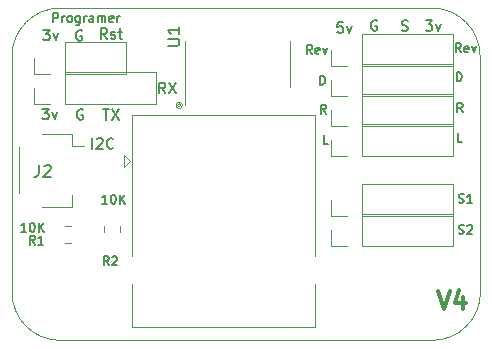
<source format=gbr>
G04 #@! TF.GenerationSoftware,KiCad,Pcbnew,(5.1.5)-3*
G04 #@! TF.CreationDate,2021-03-16T03:35:26-05:00*
G04 #@! TF.ProjectId,InputBoard,496e7075-7442-46f6-9172-642e6b696361,rev?*
G04 #@! TF.SameCoordinates,Original*
G04 #@! TF.FileFunction,Legend,Top*
G04 #@! TF.FilePolarity,Positive*
%FSLAX46Y46*%
G04 Gerber Fmt 4.6, Leading zero omitted, Abs format (unit mm)*
G04 Created by KiCad (PCBNEW (5.1.5)-3) date 2021-03-16 03:35:26*
%MOMM*%
%LPD*%
G04 APERTURE LIST*
%ADD10C,0.300000*%
%ADD11C,0.152400*%
%ADD12C,0.120000*%
%ADD13C,0.175000*%
%ADD14C,0.187500*%
%ADD15C,0.050000*%
%ADD16C,0.150000*%
%ADD17C,0.127000*%
G04 APERTURE END LIST*
D10*
X168653294Y-110552491D02*
X169153294Y-112052491D01*
X169653294Y-110552491D01*
X170796151Y-111052491D02*
X170796151Y-112052491D01*
X170439008Y-110481062D02*
X170081865Y-111552491D01*
X171010437Y-111552491D01*
D11*
X139378266Y-98529986D02*
X139378266Y-97640986D01*
X139759266Y-97725653D02*
X139801600Y-97683320D01*
X139886266Y-97640986D01*
X140097933Y-97640986D01*
X140182600Y-97683320D01*
X140224933Y-97725653D01*
X140267266Y-97810320D01*
X140267266Y-97894986D01*
X140224933Y-98021986D01*
X139716933Y-98529986D01*
X140267266Y-98529986D01*
X141156266Y-98445320D02*
X141113933Y-98487653D01*
X140986933Y-98529986D01*
X140902266Y-98529986D01*
X140775266Y-98487653D01*
X140690600Y-98402986D01*
X140648266Y-98318320D01*
X140605933Y-98148986D01*
X140605933Y-98021986D01*
X140648266Y-97852653D01*
X140690600Y-97767986D01*
X140775266Y-97683320D01*
X140902266Y-97640986D01*
X140986933Y-97640986D01*
X141113933Y-97683320D01*
X141156266Y-97725653D01*
X170677477Y-97949294D02*
X170314620Y-97949294D01*
X170314620Y-97187294D01*
X170242048Y-92808334D02*
X170242048Y-92046334D01*
X170423477Y-92046334D01*
X170532334Y-92082620D01*
X170604905Y-92155191D01*
X170641191Y-92227762D01*
X170677477Y-92372905D01*
X170677477Y-92481762D01*
X170641191Y-92626905D01*
X170604905Y-92699477D01*
X170532334Y-92772048D01*
X170423477Y-92808334D01*
X170242048Y-92808334D01*
X170735897Y-95394054D02*
X170481897Y-95031197D01*
X170300468Y-95394054D02*
X170300468Y-94632054D01*
X170590754Y-94632054D01*
X170663325Y-94668340D01*
X170699611Y-94704625D01*
X170735897Y-94777197D01*
X170735897Y-94886054D01*
X170699611Y-94958625D01*
X170663325Y-94994911D01*
X170590754Y-95031197D01*
X170300468Y-95031197D01*
X170588940Y-90367394D02*
X170334940Y-90004537D01*
X170153511Y-90367394D02*
X170153511Y-89605394D01*
X170443797Y-89605394D01*
X170516368Y-89641680D01*
X170552654Y-89677965D01*
X170588940Y-89750537D01*
X170588940Y-89859394D01*
X170552654Y-89931965D01*
X170516368Y-89968251D01*
X170443797Y-90004537D01*
X170153511Y-90004537D01*
X171205797Y-90331108D02*
X171133225Y-90367394D01*
X170988082Y-90367394D01*
X170915511Y-90331108D01*
X170879225Y-90258537D01*
X170879225Y-89968251D01*
X170915511Y-89895680D01*
X170988082Y-89859394D01*
X171133225Y-89859394D01*
X171205797Y-89895680D01*
X171242082Y-89968251D01*
X171242082Y-90040822D01*
X170879225Y-90113394D01*
X171496082Y-89859394D02*
X171677511Y-90367394D01*
X171858940Y-89859394D01*
X159338917Y-98124554D02*
X158976060Y-98124554D01*
X158976060Y-97362554D01*
X159161117Y-95541374D02*
X158907117Y-95178517D01*
X158725688Y-95541374D02*
X158725688Y-94779374D01*
X159015974Y-94779374D01*
X159088545Y-94815660D01*
X159124831Y-94851945D01*
X159161117Y-94924517D01*
X159161117Y-95033374D01*
X159124831Y-95105945D01*
X159088545Y-95142231D01*
X159015974Y-95178517D01*
X158725688Y-95178517D01*
X158667268Y-93102974D02*
X158667268Y-92340974D01*
X158848697Y-92340974D01*
X158957554Y-92377260D01*
X159030125Y-92449831D01*
X159066411Y-92522402D01*
X159102697Y-92667545D01*
X159102697Y-92776402D01*
X159066411Y-92921545D01*
X159030125Y-92994117D01*
X158957554Y-93066688D01*
X158848697Y-93102974D01*
X158667268Y-93102974D01*
X157985460Y-90486774D02*
X157731460Y-90123917D01*
X157550031Y-90486774D02*
X157550031Y-89724774D01*
X157840317Y-89724774D01*
X157912888Y-89761060D01*
X157949174Y-89797345D01*
X157985460Y-89869917D01*
X157985460Y-89978774D01*
X157949174Y-90051345D01*
X157912888Y-90087631D01*
X157840317Y-90123917D01*
X157550031Y-90123917D01*
X158602317Y-90450488D02*
X158529745Y-90486774D01*
X158384602Y-90486774D01*
X158312031Y-90450488D01*
X158275745Y-90377917D01*
X158275745Y-90087631D01*
X158312031Y-90015060D01*
X158384602Y-89978774D01*
X158529745Y-89978774D01*
X158602317Y-90015060D01*
X158638602Y-90087631D01*
X158638602Y-90160202D01*
X158275745Y-90232774D01*
X158892602Y-89978774D02*
X159074031Y-90486774D01*
X159255460Y-89978774D01*
X167619680Y-87656246D02*
X168170013Y-87656246D01*
X167873680Y-87994913D01*
X168000680Y-87994913D01*
X168085346Y-88037246D01*
X168127680Y-88079580D01*
X168170013Y-88164246D01*
X168170013Y-88375913D01*
X168127680Y-88460580D01*
X168085346Y-88502913D01*
X168000680Y-88545246D01*
X167746680Y-88545246D01*
X167662013Y-88502913D01*
X167619680Y-88460580D01*
X168466346Y-87952580D02*
X168678013Y-88545246D01*
X168889680Y-87952580D01*
X165564820Y-88487673D02*
X165691820Y-88530006D01*
X165903486Y-88530006D01*
X165988153Y-88487673D01*
X166030486Y-88445340D01*
X166072820Y-88360673D01*
X166072820Y-88276006D01*
X166030486Y-88191340D01*
X165988153Y-88149006D01*
X165903486Y-88106673D01*
X165734153Y-88064340D01*
X165649486Y-88022006D01*
X165607153Y-87979673D01*
X165564820Y-87895006D01*
X165564820Y-87810340D01*
X165607153Y-87725673D01*
X165649486Y-87683340D01*
X165734153Y-87641006D01*
X165945820Y-87641006D01*
X166072820Y-87683340D01*
X163486253Y-87698580D02*
X163401586Y-87656246D01*
X163274586Y-87656246D01*
X163147586Y-87698580D01*
X163062920Y-87783246D01*
X163020586Y-87867913D01*
X162978253Y-88037246D01*
X162978253Y-88164246D01*
X163020586Y-88333580D01*
X163062920Y-88418246D01*
X163147586Y-88502913D01*
X163274586Y-88545246D01*
X163359253Y-88545246D01*
X163486253Y-88502913D01*
X163528586Y-88460580D01*
X163528586Y-88164246D01*
X163359253Y-88164246D01*
X140613553Y-89223426D02*
X140317220Y-88800093D01*
X140105553Y-89223426D02*
X140105553Y-88334426D01*
X140444220Y-88334426D01*
X140528886Y-88376760D01*
X140571220Y-88419093D01*
X140613553Y-88503760D01*
X140613553Y-88630760D01*
X140571220Y-88715426D01*
X140528886Y-88757760D01*
X140444220Y-88800093D01*
X140105553Y-88800093D01*
X140952220Y-89181093D02*
X141036886Y-89223426D01*
X141206220Y-89223426D01*
X141290886Y-89181093D01*
X141333220Y-89096426D01*
X141333220Y-89054093D01*
X141290886Y-88969426D01*
X141206220Y-88927093D01*
X141079220Y-88927093D01*
X140994553Y-88884760D01*
X140952220Y-88800093D01*
X140952220Y-88757760D01*
X140994553Y-88673093D01*
X141079220Y-88630760D01*
X141206220Y-88630760D01*
X141290886Y-88673093D01*
X141587220Y-88630760D02*
X141925886Y-88630760D01*
X141714220Y-88334426D02*
X141714220Y-89096426D01*
X141756553Y-89181093D01*
X141841220Y-89223426D01*
X141925886Y-89223426D01*
X140300286Y-95187346D02*
X140808286Y-95187346D01*
X140554286Y-96076346D02*
X140554286Y-95187346D01*
X141019953Y-95187346D02*
X141612620Y-96076346D01*
X141612620Y-95187346D02*
X141019953Y-96076346D01*
X138589173Y-95229680D02*
X138504506Y-95187346D01*
X138377506Y-95187346D01*
X138250506Y-95229680D01*
X138165840Y-95314346D01*
X138123506Y-95399013D01*
X138081173Y-95568346D01*
X138081173Y-95695346D01*
X138123506Y-95864680D01*
X138165840Y-95949346D01*
X138250506Y-96034013D01*
X138377506Y-96076346D01*
X138462173Y-96076346D01*
X138589173Y-96034013D01*
X138631506Y-95991680D01*
X138631506Y-95695346D01*
X138462173Y-95695346D01*
X138492653Y-88524080D02*
X138407986Y-88481746D01*
X138280986Y-88481746D01*
X138153986Y-88524080D01*
X138069320Y-88608746D01*
X138026986Y-88693413D01*
X137984653Y-88862746D01*
X137984653Y-88989746D01*
X138026986Y-89159080D01*
X138069320Y-89243746D01*
X138153986Y-89328413D01*
X138280986Y-89370746D01*
X138365653Y-89370746D01*
X138492653Y-89328413D01*
X138534986Y-89286080D01*
X138534986Y-88989746D01*
X138365653Y-88989746D01*
X135128000Y-95139086D02*
X135678333Y-95139086D01*
X135382000Y-95477753D01*
X135509000Y-95477753D01*
X135593666Y-95520086D01*
X135636000Y-95562420D01*
X135678333Y-95647086D01*
X135678333Y-95858753D01*
X135636000Y-95943420D01*
X135593666Y-95985753D01*
X135509000Y-96028086D01*
X135255000Y-96028086D01*
X135170333Y-95985753D01*
X135128000Y-95943420D01*
X135974666Y-95435420D02*
X136186333Y-96028086D01*
X136398000Y-95435420D01*
X145553853Y-93800506D02*
X145257520Y-93377173D01*
X145045853Y-93800506D02*
X145045853Y-92911506D01*
X145384520Y-92911506D01*
X145469186Y-92953840D01*
X145511520Y-92996173D01*
X145553853Y-93080840D01*
X145553853Y-93207840D01*
X145511520Y-93292506D01*
X145469186Y-93334840D01*
X145384520Y-93377173D01*
X145045853Y-93377173D01*
X145850186Y-92911506D02*
X146442853Y-93800506D01*
X146442853Y-92911506D02*
X145850186Y-93800506D01*
D12*
X147011414Y-94844780D02*
G75*
G03X147011414Y-94844780I-265754J0D01*
G01*
X146891434Y-94844780D02*
G75*
G03X146891434Y-94844780I-145774J0D01*
G01*
D13*
X136070702Y-87794374D02*
X136070702Y-87032374D01*
X136360988Y-87032374D01*
X136433560Y-87068660D01*
X136469845Y-87104945D01*
X136506131Y-87177517D01*
X136506131Y-87286374D01*
X136469845Y-87358945D01*
X136433560Y-87395231D01*
X136360988Y-87431517D01*
X136070702Y-87431517D01*
X136832702Y-87794374D02*
X136832702Y-87286374D01*
X136832702Y-87431517D02*
X136868988Y-87358945D01*
X136905274Y-87322660D01*
X136977845Y-87286374D01*
X137050417Y-87286374D01*
X137413274Y-87794374D02*
X137340702Y-87758088D01*
X137304417Y-87721802D01*
X137268131Y-87649231D01*
X137268131Y-87431517D01*
X137304417Y-87358945D01*
X137340702Y-87322660D01*
X137413274Y-87286374D01*
X137522131Y-87286374D01*
X137594702Y-87322660D01*
X137630988Y-87358945D01*
X137667274Y-87431517D01*
X137667274Y-87649231D01*
X137630988Y-87721802D01*
X137594702Y-87758088D01*
X137522131Y-87794374D01*
X137413274Y-87794374D01*
X138320417Y-87286374D02*
X138320417Y-87903231D01*
X138284131Y-87975802D01*
X138247845Y-88012088D01*
X138175274Y-88048374D01*
X138066417Y-88048374D01*
X137993845Y-88012088D01*
X138320417Y-87758088D02*
X138247845Y-87794374D01*
X138102702Y-87794374D01*
X138030131Y-87758088D01*
X137993845Y-87721802D01*
X137957560Y-87649231D01*
X137957560Y-87431517D01*
X137993845Y-87358945D01*
X138030131Y-87322660D01*
X138102702Y-87286374D01*
X138247845Y-87286374D01*
X138320417Y-87322660D01*
X138683274Y-87794374D02*
X138683274Y-87286374D01*
X138683274Y-87431517D02*
X138719560Y-87358945D01*
X138755845Y-87322660D01*
X138828417Y-87286374D01*
X138900988Y-87286374D01*
X139481560Y-87794374D02*
X139481560Y-87395231D01*
X139445274Y-87322660D01*
X139372702Y-87286374D01*
X139227560Y-87286374D01*
X139154988Y-87322660D01*
X139481560Y-87758088D02*
X139408988Y-87794374D01*
X139227560Y-87794374D01*
X139154988Y-87758088D01*
X139118702Y-87685517D01*
X139118702Y-87612945D01*
X139154988Y-87540374D01*
X139227560Y-87504088D01*
X139408988Y-87504088D01*
X139481560Y-87467802D01*
X139844417Y-87794374D02*
X139844417Y-87286374D01*
X139844417Y-87358945D02*
X139880702Y-87322660D01*
X139953274Y-87286374D01*
X140062131Y-87286374D01*
X140134702Y-87322660D01*
X140170988Y-87395231D01*
X140170988Y-87794374D01*
X140170988Y-87395231D02*
X140207274Y-87322660D01*
X140279845Y-87286374D01*
X140388702Y-87286374D01*
X140461274Y-87322660D01*
X140497560Y-87395231D01*
X140497560Y-87794374D01*
X141150702Y-87758088D02*
X141078131Y-87794374D01*
X140932988Y-87794374D01*
X140860417Y-87758088D01*
X140824131Y-87685517D01*
X140824131Y-87395231D01*
X140860417Y-87322660D01*
X140932988Y-87286374D01*
X141078131Y-87286374D01*
X141150702Y-87322660D01*
X141186988Y-87395231D01*
X141186988Y-87467802D01*
X140824131Y-87540374D01*
X141513560Y-87794374D02*
X141513560Y-87286374D01*
X141513560Y-87431517D02*
X141549845Y-87358945D01*
X141586131Y-87322660D01*
X141658702Y-87286374D01*
X141731274Y-87286374D01*
D11*
X135224520Y-88456346D02*
X135774853Y-88456346D01*
X135478520Y-88795013D01*
X135605520Y-88795013D01*
X135690186Y-88837346D01*
X135732520Y-88879680D01*
X135774853Y-88964346D01*
X135774853Y-89176013D01*
X135732520Y-89260680D01*
X135690186Y-89303013D01*
X135605520Y-89345346D01*
X135351520Y-89345346D01*
X135266853Y-89303013D01*
X135224520Y-89260680D01*
X136071186Y-88752680D02*
X136282853Y-89345346D01*
X136494520Y-88752680D01*
D14*
X170408671Y-103070111D02*
X170515814Y-103105825D01*
X170694385Y-103105825D01*
X170765814Y-103070111D01*
X170801528Y-103034397D01*
X170837242Y-102962968D01*
X170837242Y-102891540D01*
X170801528Y-102820111D01*
X170765814Y-102784397D01*
X170694385Y-102748682D01*
X170551528Y-102712968D01*
X170480100Y-102677254D01*
X170444385Y-102641540D01*
X170408671Y-102570111D01*
X170408671Y-102498682D01*
X170444385Y-102427254D01*
X170480100Y-102391540D01*
X170551528Y-102355825D01*
X170730100Y-102355825D01*
X170837242Y-102391540D01*
X171551528Y-103105825D02*
X171122957Y-103105825D01*
X171337242Y-103105825D02*
X171337242Y-102355825D01*
X171265814Y-102462968D01*
X171194385Y-102534397D01*
X171122957Y-102570111D01*
X170408671Y-105695111D02*
X170515814Y-105730825D01*
X170694385Y-105730825D01*
X170765814Y-105695111D01*
X170801528Y-105659397D01*
X170837242Y-105587968D01*
X170837242Y-105516540D01*
X170801528Y-105445111D01*
X170765814Y-105409397D01*
X170694385Y-105373682D01*
X170551528Y-105337968D01*
X170480100Y-105302254D01*
X170444385Y-105266540D01*
X170408671Y-105195111D01*
X170408671Y-105123682D01*
X170444385Y-105052254D01*
X170480100Y-105016540D01*
X170551528Y-104980825D01*
X170730100Y-104980825D01*
X170837242Y-105016540D01*
X171122957Y-105052254D02*
X171158671Y-105016540D01*
X171230100Y-104980825D01*
X171408671Y-104980825D01*
X171480100Y-105016540D01*
X171515814Y-105052254D01*
X171551528Y-105123682D01*
X171551528Y-105195111D01*
X171515814Y-105302254D01*
X171087242Y-105730825D01*
X171551528Y-105730825D01*
D11*
X160583880Y-87803566D02*
X160160546Y-87803566D01*
X160118213Y-88226900D01*
X160160546Y-88184566D01*
X160245213Y-88142233D01*
X160456880Y-88142233D01*
X160541546Y-88184566D01*
X160583880Y-88226900D01*
X160626213Y-88311566D01*
X160626213Y-88523233D01*
X160583880Y-88607900D01*
X160541546Y-88650233D01*
X160456880Y-88692566D01*
X160245213Y-88692566D01*
X160160546Y-88650233D01*
X160118213Y-88607900D01*
X160922546Y-88099900D02*
X161134213Y-88692566D01*
X161345880Y-88099900D01*
D15*
X132588000Y-110680500D02*
X132588000Y-90678000D01*
X136652000Y-114744500D02*
G75*
G02X132588000Y-110680500I0J4064000D01*
G01*
X168153080Y-114744500D02*
X136652000Y-114744500D01*
X172217080Y-90678000D02*
X172250164Y-110670340D01*
X172250164Y-110670340D02*
G75*
G02X168153080Y-114744500I-4074224J0D01*
G01*
X168153080Y-86614000D02*
X136652000Y-86614000D01*
X132588000Y-90678000D02*
G75*
G02X136652000Y-86614000I4064000J0D01*
G01*
X168153080Y-86614000D02*
G75*
G02X172217080Y-90678000I0J-4064000D01*
G01*
D12*
X159619640Y-96580000D02*
X159619640Y-95250000D01*
X160949640Y-96580000D02*
X159619640Y-96580000D01*
X162219640Y-96580000D02*
X162219640Y-93920000D01*
X162219640Y-93920000D02*
X169899640Y-93920000D01*
X162219640Y-96580000D02*
X169899640Y-96580000D01*
X169899640Y-96580000D02*
X169899640Y-93920000D01*
X158255000Y-95665001D02*
X158255000Y-107605001D01*
X158254700Y-109980701D02*
X158254700Y-113620701D01*
X142735000Y-95665001D02*
X142735000Y-107605001D01*
X158255000Y-95665001D02*
X142735000Y-95665001D01*
X142735000Y-109985001D02*
X142735000Y-113625001D01*
X142735000Y-113625001D02*
X158255000Y-113625001D01*
X142550000Y-99545001D02*
X142050000Y-99045001D01*
X142050000Y-99045001D02*
X142050000Y-100045001D01*
X142050000Y-100045001D02*
X142550000Y-99545001D01*
X156144120Y-91356180D02*
X156144120Y-89406180D01*
X156144120Y-91356180D02*
X156144120Y-93306180D01*
X147274120Y-91356180D02*
X147274120Y-89406180D01*
X147274120Y-91356180D02*
X147274120Y-94806180D01*
X134460940Y-92170560D02*
X134460940Y-90840560D01*
X135790940Y-92170560D02*
X134460940Y-92170560D01*
X137060940Y-92170560D02*
X137060940Y-89510560D01*
X137060940Y-89510560D02*
X142200940Y-89510560D01*
X137060940Y-92170560D02*
X142200940Y-92170560D01*
X142200940Y-92170560D02*
X142200940Y-89510560D01*
X135167380Y-97232700D02*
X137667380Y-97232700D01*
X137667380Y-97232700D02*
X137667380Y-98282700D01*
X137667380Y-98282700D02*
X138657380Y-98282700D01*
X135167380Y-103452700D02*
X137667380Y-103452700D01*
X137667380Y-103452700D02*
X137667380Y-102402700D01*
X133197380Y-98402700D02*
X133197380Y-102282700D01*
X144740940Y-94710560D02*
X144740940Y-92050560D01*
X137060940Y-94710560D02*
X144740940Y-94710560D01*
X137060940Y-92050560D02*
X144740940Y-92050560D01*
X137060940Y-94710560D02*
X137060940Y-92050560D01*
X135790940Y-94710560D02*
X134460940Y-94710560D01*
X134460940Y-94710560D02*
X134460940Y-93380560D01*
X159619640Y-99120000D02*
X159619640Y-97790000D01*
X160949640Y-99120000D02*
X159619640Y-99120000D01*
X162219640Y-99120000D02*
X162219640Y-96460000D01*
X162219640Y-96460000D02*
X169899640Y-96460000D01*
X162219640Y-99120000D02*
X169899640Y-99120000D01*
X169899640Y-99120000D02*
X169899640Y-96460000D01*
X159619640Y-94040000D02*
X159619640Y-92710000D01*
X160949640Y-94040000D02*
X159619640Y-94040000D01*
X162219640Y-94040000D02*
X162219640Y-91380000D01*
X162219640Y-91380000D02*
X169899640Y-91380000D01*
X162219640Y-94040000D02*
X169899640Y-94040000D01*
X169899640Y-94040000D02*
X169899640Y-91380000D01*
X169899640Y-91500000D02*
X169899640Y-88840000D01*
X162219640Y-91500000D02*
X169899640Y-91500000D01*
X162219640Y-88840000D02*
X169899640Y-88840000D01*
X162219640Y-91500000D02*
X162219640Y-88840000D01*
X160949640Y-91500000D02*
X159619640Y-91500000D01*
X159619640Y-91500000D02*
X159619640Y-90170000D01*
X159619640Y-104200000D02*
X159619640Y-102870000D01*
X160949640Y-104200000D02*
X159619640Y-104200000D01*
X162219640Y-104200000D02*
X162219640Y-101540000D01*
X162219640Y-101540000D02*
X169899640Y-101540000D01*
X162219640Y-104200000D02*
X169899640Y-104200000D01*
X169899640Y-104200000D02*
X169899640Y-101540000D01*
X169899640Y-106740000D02*
X169899640Y-104080000D01*
X162219640Y-106740000D02*
X169899640Y-106740000D01*
X162219640Y-104080000D02*
X169899640Y-104080000D01*
X162219640Y-106740000D02*
X162219640Y-104080000D01*
X160949640Y-106740000D02*
X159619640Y-106740000D01*
X159619640Y-106740000D02*
X159619640Y-105410000D01*
X137048608Y-106506080D02*
X137571112Y-106506080D01*
X137048608Y-105086080D02*
X137571112Y-105086080D01*
X141766360Y-105085248D02*
X141766360Y-105607752D01*
X140346360Y-105085248D02*
X140346360Y-105607752D01*
D16*
X145758920Y-89788904D02*
X146568444Y-89788904D01*
X146663682Y-89741285D01*
X146711301Y-89693666D01*
X146758920Y-89598428D01*
X146758920Y-89407952D01*
X146711301Y-89312714D01*
X146663682Y-89265095D01*
X146568444Y-89217476D01*
X145758920Y-89217476D01*
X146758920Y-88217476D02*
X146758920Y-88788904D01*
X146758920Y-88503190D02*
X145758920Y-88503190D01*
X145901778Y-88598428D01*
X145997016Y-88693666D01*
X146044635Y-88788904D01*
X134869566Y-99899540D02*
X134869566Y-100613826D01*
X134821947Y-100756683D01*
X134726709Y-100851921D01*
X134583852Y-100899540D01*
X134488614Y-100899540D01*
X135298138Y-99994779D02*
X135345757Y-99947160D01*
X135440995Y-99899540D01*
X135679090Y-99899540D01*
X135774328Y-99947160D01*
X135821947Y-99994779D01*
X135869566Y-100090017D01*
X135869566Y-100185255D01*
X135821947Y-100328112D01*
X135250519Y-100899540D01*
X135869566Y-100899540D01*
D17*
X134515860Y-106638634D02*
X134261860Y-106275777D01*
X134080431Y-106638634D02*
X134080431Y-105876634D01*
X134370717Y-105876634D01*
X134443288Y-105912920D01*
X134479574Y-105949205D01*
X134515860Y-106021777D01*
X134515860Y-106130634D01*
X134479574Y-106203205D01*
X134443288Y-106239491D01*
X134370717Y-106275777D01*
X134080431Y-106275777D01*
X135241574Y-106638634D02*
X134806145Y-106638634D01*
X135023860Y-106638634D02*
X135023860Y-105876634D01*
X134951288Y-105985491D01*
X134878717Y-106058062D01*
X134806145Y-106094348D01*
X133783977Y-105556594D02*
X133348548Y-105556594D01*
X133566262Y-105556594D02*
X133566262Y-104794594D01*
X133493691Y-104903451D01*
X133421120Y-104976022D01*
X133348548Y-105012308D01*
X134255691Y-104794594D02*
X134328262Y-104794594D01*
X134400834Y-104830880D01*
X134437120Y-104867165D01*
X134473405Y-104939737D01*
X134509691Y-105084880D01*
X134509691Y-105266308D01*
X134473405Y-105411451D01*
X134437120Y-105484022D01*
X134400834Y-105520308D01*
X134328262Y-105556594D01*
X134255691Y-105556594D01*
X134183120Y-105520308D01*
X134146834Y-105484022D01*
X134110548Y-105411451D01*
X134074262Y-105266308D01*
X134074262Y-105084880D01*
X134110548Y-104939737D01*
X134146834Y-104867165D01*
X134183120Y-104830880D01*
X134255691Y-104794594D01*
X134836262Y-105556594D02*
X134836262Y-104794594D01*
X135271691Y-105556594D02*
X134945120Y-105121165D01*
X135271691Y-104794594D02*
X134836262Y-105230022D01*
X140771880Y-108381074D02*
X140517880Y-108018217D01*
X140336451Y-108381074D02*
X140336451Y-107619074D01*
X140626737Y-107619074D01*
X140699308Y-107655360D01*
X140735594Y-107691645D01*
X140771880Y-107764217D01*
X140771880Y-107873074D01*
X140735594Y-107945645D01*
X140699308Y-107981931D01*
X140626737Y-108018217D01*
X140336451Y-108018217D01*
X141062165Y-107691645D02*
X141098451Y-107655360D01*
X141171022Y-107619074D01*
X141352451Y-107619074D01*
X141425022Y-107655360D01*
X141461308Y-107691645D01*
X141497594Y-107764217D01*
X141497594Y-107836788D01*
X141461308Y-107945645D01*
X141025880Y-108381074D01*
X141497594Y-108381074D01*
X140657217Y-103166454D02*
X140221788Y-103166454D01*
X140439502Y-103166454D02*
X140439502Y-102404454D01*
X140366931Y-102513311D01*
X140294360Y-102585882D01*
X140221788Y-102622168D01*
X141128931Y-102404454D02*
X141201502Y-102404454D01*
X141274074Y-102440740D01*
X141310360Y-102477025D01*
X141346645Y-102549597D01*
X141382931Y-102694740D01*
X141382931Y-102876168D01*
X141346645Y-103021311D01*
X141310360Y-103093882D01*
X141274074Y-103130168D01*
X141201502Y-103166454D01*
X141128931Y-103166454D01*
X141056360Y-103130168D01*
X141020074Y-103093882D01*
X140983788Y-103021311D01*
X140947502Y-102876168D01*
X140947502Y-102694740D01*
X140983788Y-102549597D01*
X141020074Y-102477025D01*
X141056360Y-102440740D01*
X141128931Y-102404454D01*
X141709502Y-103166454D02*
X141709502Y-102404454D01*
X142144931Y-103166454D02*
X141818360Y-102731025D01*
X142144931Y-102404454D02*
X141709502Y-102839882D01*
M02*

</source>
